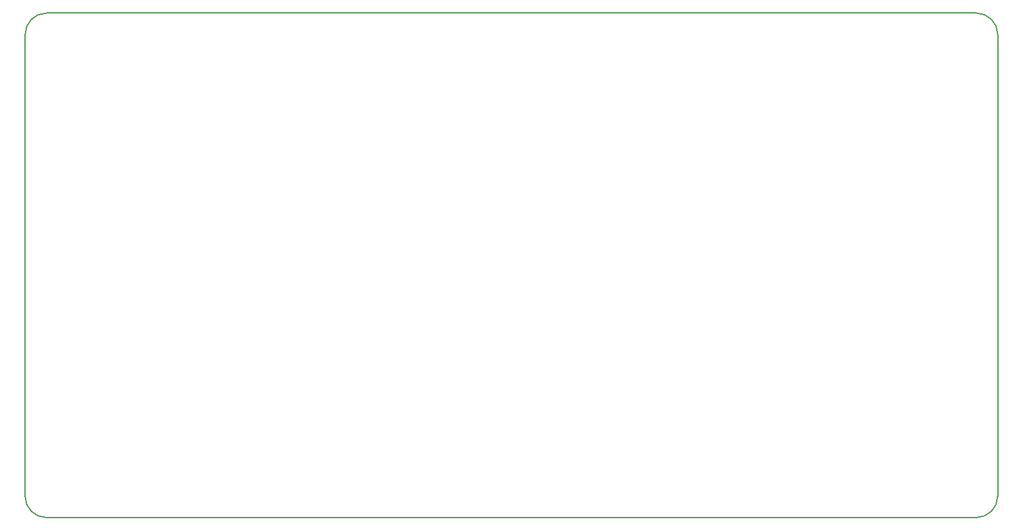
<source format=gm1>
G04*
G04 #@! TF.GenerationSoftware,Altium Limited,Altium Designer,20.1.14 (287)*
G04*
G04 Layer_Color=16711935*
%FSLAX44Y44*%
%MOMM*%
G71*
G04*
G04 #@! TF.SameCoordinates,9E3E63A2-1E6E-47A1-B23A-5F7B0E76B0C2*
G04*
G04*
G04 #@! TF.FilePolarity,Positive*
G04*
G01*
G75*
%ADD10C,0.2000*%
D10*
X1319961Y-0D02*
G03*
X1350000Y30039I0J30039D01*
G01*
X1350000Y670000D02*
G03*
X1320000Y700000I-30000J0D01*
G01*
X30000Y700000D02*
G03*
X0Y670000I0J-30000D01*
G01*
Y30000D02*
G03*
X30000Y0I30000J0D01*
G01*
X1319961D01*
X1350000Y30039D02*
Y670000D01*
X30000Y700000D02*
X1320000D01*
X0Y30000D02*
Y670000D01*
M02*

</source>
